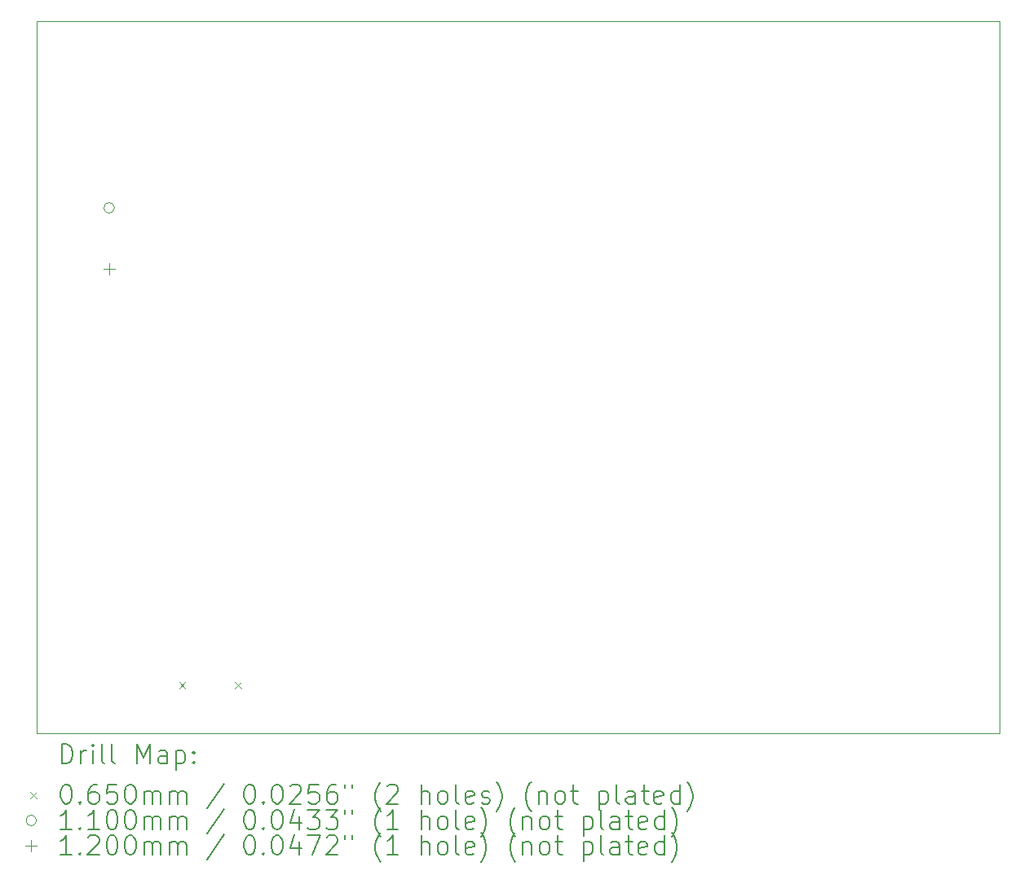
<source format=gbr>
%TF.GenerationSoftware,KiCad,Pcbnew,9.0.5*%
%TF.CreationDate,2025-10-23T02:28:37+02:00*%
%TF.ProjectId,main-board,6d61696e-2d62-46f6-9172-642e6b696361,1.0a*%
%TF.SameCoordinates,Original*%
%TF.FileFunction,Drillmap*%
%TF.FilePolarity,Positive*%
%FSLAX45Y45*%
G04 Gerber Fmt 4.5, Leading zero omitted, Abs format (unit mm)*
G04 Created by KiCad (PCBNEW 9.0.5) date 2025-10-23 02:28:37*
%MOMM*%
%LPD*%
G01*
G04 APERTURE LIST*
%ADD10C,0.050000*%
%ADD11C,0.200000*%
%ADD12C,0.100000*%
%ADD13C,0.110000*%
%ADD14C,0.120000*%
G04 APERTURE END LIST*
D10*
X5335920Y-11276200D02*
X5335920Y-3876200D01*
X5335920Y-11276200D02*
X6435920Y-11276200D01*
X15335920Y-3876200D02*
X15335920Y-11276200D01*
X6435920Y-11276200D02*
X7835920Y-11276200D01*
X15335920Y-11276200D02*
X7835920Y-11276200D01*
X5335920Y-3876200D02*
X15335920Y-3876200D01*
D11*
D12*
X6814420Y-10743200D02*
X6879420Y-10808200D01*
X6879420Y-10743200D02*
X6814420Y-10808200D01*
X7392420Y-10743200D02*
X7457420Y-10808200D01*
X7457420Y-10743200D02*
X7392420Y-10808200D01*
D13*
X6142720Y-5816600D02*
G75*
G02*
X6032720Y-5816600I-55000J0D01*
G01*
X6032720Y-5816600D02*
G75*
G02*
X6142720Y-5816600I55000J0D01*
G01*
D14*
X6087720Y-6391600D02*
X6087720Y-6511600D01*
X6027720Y-6451600D02*
X6147720Y-6451600D01*
D11*
X5594197Y-11590184D02*
X5594197Y-11390184D01*
X5594197Y-11390184D02*
X5641816Y-11390184D01*
X5641816Y-11390184D02*
X5670387Y-11399708D01*
X5670387Y-11399708D02*
X5689435Y-11418755D01*
X5689435Y-11418755D02*
X5698959Y-11437803D01*
X5698959Y-11437803D02*
X5708482Y-11475898D01*
X5708482Y-11475898D02*
X5708482Y-11504469D01*
X5708482Y-11504469D02*
X5698959Y-11542565D01*
X5698959Y-11542565D02*
X5689435Y-11561612D01*
X5689435Y-11561612D02*
X5670387Y-11580660D01*
X5670387Y-11580660D02*
X5641816Y-11590184D01*
X5641816Y-11590184D02*
X5594197Y-11590184D01*
X5794197Y-11590184D02*
X5794197Y-11456850D01*
X5794197Y-11494946D02*
X5803721Y-11475898D01*
X5803721Y-11475898D02*
X5813244Y-11466374D01*
X5813244Y-11466374D02*
X5832292Y-11456850D01*
X5832292Y-11456850D02*
X5851340Y-11456850D01*
X5918006Y-11590184D02*
X5918006Y-11456850D01*
X5918006Y-11390184D02*
X5908482Y-11399708D01*
X5908482Y-11399708D02*
X5918006Y-11409231D01*
X5918006Y-11409231D02*
X5927530Y-11399708D01*
X5927530Y-11399708D02*
X5918006Y-11390184D01*
X5918006Y-11390184D02*
X5918006Y-11409231D01*
X6041816Y-11590184D02*
X6022768Y-11580660D01*
X6022768Y-11580660D02*
X6013244Y-11561612D01*
X6013244Y-11561612D02*
X6013244Y-11390184D01*
X6146578Y-11590184D02*
X6127530Y-11580660D01*
X6127530Y-11580660D02*
X6118006Y-11561612D01*
X6118006Y-11561612D02*
X6118006Y-11390184D01*
X6375149Y-11590184D02*
X6375149Y-11390184D01*
X6375149Y-11390184D02*
X6441816Y-11533041D01*
X6441816Y-11533041D02*
X6508482Y-11390184D01*
X6508482Y-11390184D02*
X6508482Y-11590184D01*
X6689435Y-11590184D02*
X6689435Y-11485422D01*
X6689435Y-11485422D02*
X6679911Y-11466374D01*
X6679911Y-11466374D02*
X6660863Y-11456850D01*
X6660863Y-11456850D02*
X6622768Y-11456850D01*
X6622768Y-11456850D02*
X6603721Y-11466374D01*
X6689435Y-11580660D02*
X6670387Y-11590184D01*
X6670387Y-11590184D02*
X6622768Y-11590184D01*
X6622768Y-11590184D02*
X6603721Y-11580660D01*
X6603721Y-11580660D02*
X6594197Y-11561612D01*
X6594197Y-11561612D02*
X6594197Y-11542565D01*
X6594197Y-11542565D02*
X6603721Y-11523517D01*
X6603721Y-11523517D02*
X6622768Y-11513993D01*
X6622768Y-11513993D02*
X6670387Y-11513993D01*
X6670387Y-11513993D02*
X6689435Y-11504469D01*
X6784673Y-11456850D02*
X6784673Y-11656850D01*
X6784673Y-11466374D02*
X6803721Y-11456850D01*
X6803721Y-11456850D02*
X6841816Y-11456850D01*
X6841816Y-11456850D02*
X6860863Y-11466374D01*
X6860863Y-11466374D02*
X6870387Y-11475898D01*
X6870387Y-11475898D02*
X6879911Y-11494946D01*
X6879911Y-11494946D02*
X6879911Y-11552088D01*
X6879911Y-11552088D02*
X6870387Y-11571136D01*
X6870387Y-11571136D02*
X6860863Y-11580660D01*
X6860863Y-11580660D02*
X6841816Y-11590184D01*
X6841816Y-11590184D02*
X6803721Y-11590184D01*
X6803721Y-11590184D02*
X6784673Y-11580660D01*
X6965625Y-11571136D02*
X6975149Y-11580660D01*
X6975149Y-11580660D02*
X6965625Y-11590184D01*
X6965625Y-11590184D02*
X6956102Y-11580660D01*
X6956102Y-11580660D02*
X6965625Y-11571136D01*
X6965625Y-11571136D02*
X6965625Y-11590184D01*
X6965625Y-11466374D02*
X6975149Y-11475898D01*
X6975149Y-11475898D02*
X6965625Y-11485422D01*
X6965625Y-11485422D02*
X6956102Y-11475898D01*
X6956102Y-11475898D02*
X6965625Y-11466374D01*
X6965625Y-11466374D02*
X6965625Y-11485422D01*
D12*
X5268420Y-11886200D02*
X5333420Y-11951200D01*
X5333420Y-11886200D02*
X5268420Y-11951200D01*
D11*
X5632292Y-11810184D02*
X5651340Y-11810184D01*
X5651340Y-11810184D02*
X5670387Y-11819708D01*
X5670387Y-11819708D02*
X5679911Y-11829231D01*
X5679911Y-11829231D02*
X5689435Y-11848279D01*
X5689435Y-11848279D02*
X5698959Y-11886374D01*
X5698959Y-11886374D02*
X5698959Y-11933993D01*
X5698959Y-11933993D02*
X5689435Y-11972088D01*
X5689435Y-11972088D02*
X5679911Y-11991136D01*
X5679911Y-11991136D02*
X5670387Y-12000660D01*
X5670387Y-12000660D02*
X5651340Y-12010184D01*
X5651340Y-12010184D02*
X5632292Y-12010184D01*
X5632292Y-12010184D02*
X5613244Y-12000660D01*
X5613244Y-12000660D02*
X5603721Y-11991136D01*
X5603721Y-11991136D02*
X5594197Y-11972088D01*
X5594197Y-11972088D02*
X5584673Y-11933993D01*
X5584673Y-11933993D02*
X5584673Y-11886374D01*
X5584673Y-11886374D02*
X5594197Y-11848279D01*
X5594197Y-11848279D02*
X5603721Y-11829231D01*
X5603721Y-11829231D02*
X5613244Y-11819708D01*
X5613244Y-11819708D02*
X5632292Y-11810184D01*
X5784673Y-11991136D02*
X5794197Y-12000660D01*
X5794197Y-12000660D02*
X5784673Y-12010184D01*
X5784673Y-12010184D02*
X5775149Y-12000660D01*
X5775149Y-12000660D02*
X5784673Y-11991136D01*
X5784673Y-11991136D02*
X5784673Y-12010184D01*
X5965625Y-11810184D02*
X5927530Y-11810184D01*
X5927530Y-11810184D02*
X5908482Y-11819708D01*
X5908482Y-11819708D02*
X5898959Y-11829231D01*
X5898959Y-11829231D02*
X5879911Y-11857803D01*
X5879911Y-11857803D02*
X5870387Y-11895898D01*
X5870387Y-11895898D02*
X5870387Y-11972088D01*
X5870387Y-11972088D02*
X5879911Y-11991136D01*
X5879911Y-11991136D02*
X5889435Y-12000660D01*
X5889435Y-12000660D02*
X5908482Y-12010184D01*
X5908482Y-12010184D02*
X5946578Y-12010184D01*
X5946578Y-12010184D02*
X5965625Y-12000660D01*
X5965625Y-12000660D02*
X5975149Y-11991136D01*
X5975149Y-11991136D02*
X5984673Y-11972088D01*
X5984673Y-11972088D02*
X5984673Y-11924469D01*
X5984673Y-11924469D02*
X5975149Y-11905422D01*
X5975149Y-11905422D02*
X5965625Y-11895898D01*
X5965625Y-11895898D02*
X5946578Y-11886374D01*
X5946578Y-11886374D02*
X5908482Y-11886374D01*
X5908482Y-11886374D02*
X5889435Y-11895898D01*
X5889435Y-11895898D02*
X5879911Y-11905422D01*
X5879911Y-11905422D02*
X5870387Y-11924469D01*
X6165625Y-11810184D02*
X6070387Y-11810184D01*
X6070387Y-11810184D02*
X6060863Y-11905422D01*
X6060863Y-11905422D02*
X6070387Y-11895898D01*
X6070387Y-11895898D02*
X6089435Y-11886374D01*
X6089435Y-11886374D02*
X6137054Y-11886374D01*
X6137054Y-11886374D02*
X6156102Y-11895898D01*
X6156102Y-11895898D02*
X6165625Y-11905422D01*
X6165625Y-11905422D02*
X6175149Y-11924469D01*
X6175149Y-11924469D02*
X6175149Y-11972088D01*
X6175149Y-11972088D02*
X6165625Y-11991136D01*
X6165625Y-11991136D02*
X6156102Y-12000660D01*
X6156102Y-12000660D02*
X6137054Y-12010184D01*
X6137054Y-12010184D02*
X6089435Y-12010184D01*
X6089435Y-12010184D02*
X6070387Y-12000660D01*
X6070387Y-12000660D02*
X6060863Y-11991136D01*
X6298959Y-11810184D02*
X6318006Y-11810184D01*
X6318006Y-11810184D02*
X6337054Y-11819708D01*
X6337054Y-11819708D02*
X6346578Y-11829231D01*
X6346578Y-11829231D02*
X6356102Y-11848279D01*
X6356102Y-11848279D02*
X6365625Y-11886374D01*
X6365625Y-11886374D02*
X6365625Y-11933993D01*
X6365625Y-11933993D02*
X6356102Y-11972088D01*
X6356102Y-11972088D02*
X6346578Y-11991136D01*
X6346578Y-11991136D02*
X6337054Y-12000660D01*
X6337054Y-12000660D02*
X6318006Y-12010184D01*
X6318006Y-12010184D02*
X6298959Y-12010184D01*
X6298959Y-12010184D02*
X6279911Y-12000660D01*
X6279911Y-12000660D02*
X6270387Y-11991136D01*
X6270387Y-11991136D02*
X6260863Y-11972088D01*
X6260863Y-11972088D02*
X6251340Y-11933993D01*
X6251340Y-11933993D02*
X6251340Y-11886374D01*
X6251340Y-11886374D02*
X6260863Y-11848279D01*
X6260863Y-11848279D02*
X6270387Y-11829231D01*
X6270387Y-11829231D02*
X6279911Y-11819708D01*
X6279911Y-11819708D02*
X6298959Y-11810184D01*
X6451340Y-12010184D02*
X6451340Y-11876850D01*
X6451340Y-11895898D02*
X6460863Y-11886374D01*
X6460863Y-11886374D02*
X6479911Y-11876850D01*
X6479911Y-11876850D02*
X6508483Y-11876850D01*
X6508483Y-11876850D02*
X6527530Y-11886374D01*
X6527530Y-11886374D02*
X6537054Y-11905422D01*
X6537054Y-11905422D02*
X6537054Y-12010184D01*
X6537054Y-11905422D02*
X6546578Y-11886374D01*
X6546578Y-11886374D02*
X6565625Y-11876850D01*
X6565625Y-11876850D02*
X6594197Y-11876850D01*
X6594197Y-11876850D02*
X6613244Y-11886374D01*
X6613244Y-11886374D02*
X6622768Y-11905422D01*
X6622768Y-11905422D02*
X6622768Y-12010184D01*
X6718006Y-12010184D02*
X6718006Y-11876850D01*
X6718006Y-11895898D02*
X6727530Y-11886374D01*
X6727530Y-11886374D02*
X6746578Y-11876850D01*
X6746578Y-11876850D02*
X6775149Y-11876850D01*
X6775149Y-11876850D02*
X6794197Y-11886374D01*
X6794197Y-11886374D02*
X6803721Y-11905422D01*
X6803721Y-11905422D02*
X6803721Y-12010184D01*
X6803721Y-11905422D02*
X6813244Y-11886374D01*
X6813244Y-11886374D02*
X6832292Y-11876850D01*
X6832292Y-11876850D02*
X6860863Y-11876850D01*
X6860863Y-11876850D02*
X6879911Y-11886374D01*
X6879911Y-11886374D02*
X6889435Y-11905422D01*
X6889435Y-11905422D02*
X6889435Y-12010184D01*
X7279911Y-11800660D02*
X7108483Y-12057803D01*
X7537054Y-11810184D02*
X7556102Y-11810184D01*
X7556102Y-11810184D02*
X7575149Y-11819708D01*
X7575149Y-11819708D02*
X7584673Y-11829231D01*
X7584673Y-11829231D02*
X7594197Y-11848279D01*
X7594197Y-11848279D02*
X7603721Y-11886374D01*
X7603721Y-11886374D02*
X7603721Y-11933993D01*
X7603721Y-11933993D02*
X7594197Y-11972088D01*
X7594197Y-11972088D02*
X7584673Y-11991136D01*
X7584673Y-11991136D02*
X7575149Y-12000660D01*
X7575149Y-12000660D02*
X7556102Y-12010184D01*
X7556102Y-12010184D02*
X7537054Y-12010184D01*
X7537054Y-12010184D02*
X7518006Y-12000660D01*
X7518006Y-12000660D02*
X7508483Y-11991136D01*
X7508483Y-11991136D02*
X7498959Y-11972088D01*
X7498959Y-11972088D02*
X7489435Y-11933993D01*
X7489435Y-11933993D02*
X7489435Y-11886374D01*
X7489435Y-11886374D02*
X7498959Y-11848279D01*
X7498959Y-11848279D02*
X7508483Y-11829231D01*
X7508483Y-11829231D02*
X7518006Y-11819708D01*
X7518006Y-11819708D02*
X7537054Y-11810184D01*
X7689435Y-11991136D02*
X7698959Y-12000660D01*
X7698959Y-12000660D02*
X7689435Y-12010184D01*
X7689435Y-12010184D02*
X7679911Y-12000660D01*
X7679911Y-12000660D02*
X7689435Y-11991136D01*
X7689435Y-11991136D02*
X7689435Y-12010184D01*
X7822768Y-11810184D02*
X7841816Y-11810184D01*
X7841816Y-11810184D02*
X7860864Y-11819708D01*
X7860864Y-11819708D02*
X7870387Y-11829231D01*
X7870387Y-11829231D02*
X7879911Y-11848279D01*
X7879911Y-11848279D02*
X7889435Y-11886374D01*
X7889435Y-11886374D02*
X7889435Y-11933993D01*
X7889435Y-11933993D02*
X7879911Y-11972088D01*
X7879911Y-11972088D02*
X7870387Y-11991136D01*
X7870387Y-11991136D02*
X7860864Y-12000660D01*
X7860864Y-12000660D02*
X7841816Y-12010184D01*
X7841816Y-12010184D02*
X7822768Y-12010184D01*
X7822768Y-12010184D02*
X7803721Y-12000660D01*
X7803721Y-12000660D02*
X7794197Y-11991136D01*
X7794197Y-11991136D02*
X7784673Y-11972088D01*
X7784673Y-11972088D02*
X7775149Y-11933993D01*
X7775149Y-11933993D02*
X7775149Y-11886374D01*
X7775149Y-11886374D02*
X7784673Y-11848279D01*
X7784673Y-11848279D02*
X7794197Y-11829231D01*
X7794197Y-11829231D02*
X7803721Y-11819708D01*
X7803721Y-11819708D02*
X7822768Y-11810184D01*
X7965626Y-11829231D02*
X7975149Y-11819708D01*
X7975149Y-11819708D02*
X7994197Y-11810184D01*
X7994197Y-11810184D02*
X8041816Y-11810184D01*
X8041816Y-11810184D02*
X8060864Y-11819708D01*
X8060864Y-11819708D02*
X8070387Y-11829231D01*
X8070387Y-11829231D02*
X8079911Y-11848279D01*
X8079911Y-11848279D02*
X8079911Y-11867327D01*
X8079911Y-11867327D02*
X8070387Y-11895898D01*
X8070387Y-11895898D02*
X7956102Y-12010184D01*
X7956102Y-12010184D02*
X8079911Y-12010184D01*
X8260864Y-11810184D02*
X8165626Y-11810184D01*
X8165626Y-11810184D02*
X8156102Y-11905422D01*
X8156102Y-11905422D02*
X8165626Y-11895898D01*
X8165626Y-11895898D02*
X8184673Y-11886374D01*
X8184673Y-11886374D02*
X8232292Y-11886374D01*
X8232292Y-11886374D02*
X8251340Y-11895898D01*
X8251340Y-11895898D02*
X8260864Y-11905422D01*
X8260864Y-11905422D02*
X8270387Y-11924469D01*
X8270387Y-11924469D02*
X8270387Y-11972088D01*
X8270387Y-11972088D02*
X8260864Y-11991136D01*
X8260864Y-11991136D02*
X8251340Y-12000660D01*
X8251340Y-12000660D02*
X8232292Y-12010184D01*
X8232292Y-12010184D02*
X8184673Y-12010184D01*
X8184673Y-12010184D02*
X8165626Y-12000660D01*
X8165626Y-12000660D02*
X8156102Y-11991136D01*
X8441816Y-11810184D02*
X8403721Y-11810184D01*
X8403721Y-11810184D02*
X8384673Y-11819708D01*
X8384673Y-11819708D02*
X8375149Y-11829231D01*
X8375149Y-11829231D02*
X8356102Y-11857803D01*
X8356102Y-11857803D02*
X8346578Y-11895898D01*
X8346578Y-11895898D02*
X8346578Y-11972088D01*
X8346578Y-11972088D02*
X8356102Y-11991136D01*
X8356102Y-11991136D02*
X8365626Y-12000660D01*
X8365626Y-12000660D02*
X8384673Y-12010184D01*
X8384673Y-12010184D02*
X8422769Y-12010184D01*
X8422769Y-12010184D02*
X8441816Y-12000660D01*
X8441816Y-12000660D02*
X8451340Y-11991136D01*
X8451340Y-11991136D02*
X8460864Y-11972088D01*
X8460864Y-11972088D02*
X8460864Y-11924469D01*
X8460864Y-11924469D02*
X8451340Y-11905422D01*
X8451340Y-11905422D02*
X8441816Y-11895898D01*
X8441816Y-11895898D02*
X8422769Y-11886374D01*
X8422769Y-11886374D02*
X8384673Y-11886374D01*
X8384673Y-11886374D02*
X8365626Y-11895898D01*
X8365626Y-11895898D02*
X8356102Y-11905422D01*
X8356102Y-11905422D02*
X8346578Y-11924469D01*
X8537054Y-11810184D02*
X8537054Y-11848279D01*
X8613245Y-11810184D02*
X8613245Y-11848279D01*
X8908483Y-12086374D02*
X8898959Y-12076850D01*
X8898959Y-12076850D02*
X8879911Y-12048279D01*
X8879911Y-12048279D02*
X8870388Y-12029231D01*
X8870388Y-12029231D02*
X8860864Y-12000660D01*
X8860864Y-12000660D02*
X8851340Y-11953041D01*
X8851340Y-11953041D02*
X8851340Y-11914946D01*
X8851340Y-11914946D02*
X8860864Y-11867327D01*
X8860864Y-11867327D02*
X8870388Y-11838755D01*
X8870388Y-11838755D02*
X8879911Y-11819708D01*
X8879911Y-11819708D02*
X8898959Y-11791136D01*
X8898959Y-11791136D02*
X8908483Y-11781612D01*
X8975150Y-11829231D02*
X8984673Y-11819708D01*
X8984673Y-11819708D02*
X9003721Y-11810184D01*
X9003721Y-11810184D02*
X9051340Y-11810184D01*
X9051340Y-11810184D02*
X9070388Y-11819708D01*
X9070388Y-11819708D02*
X9079911Y-11829231D01*
X9079911Y-11829231D02*
X9089435Y-11848279D01*
X9089435Y-11848279D02*
X9089435Y-11867327D01*
X9089435Y-11867327D02*
X9079911Y-11895898D01*
X9079911Y-11895898D02*
X8965626Y-12010184D01*
X8965626Y-12010184D02*
X9089435Y-12010184D01*
X9327531Y-12010184D02*
X9327531Y-11810184D01*
X9413245Y-12010184D02*
X9413245Y-11905422D01*
X9413245Y-11905422D02*
X9403721Y-11886374D01*
X9403721Y-11886374D02*
X9384673Y-11876850D01*
X9384673Y-11876850D02*
X9356102Y-11876850D01*
X9356102Y-11876850D02*
X9337054Y-11886374D01*
X9337054Y-11886374D02*
X9327531Y-11895898D01*
X9537054Y-12010184D02*
X9518007Y-12000660D01*
X9518007Y-12000660D02*
X9508483Y-11991136D01*
X9508483Y-11991136D02*
X9498959Y-11972088D01*
X9498959Y-11972088D02*
X9498959Y-11914946D01*
X9498959Y-11914946D02*
X9508483Y-11895898D01*
X9508483Y-11895898D02*
X9518007Y-11886374D01*
X9518007Y-11886374D02*
X9537054Y-11876850D01*
X9537054Y-11876850D02*
X9565626Y-11876850D01*
X9565626Y-11876850D02*
X9584673Y-11886374D01*
X9584673Y-11886374D02*
X9594197Y-11895898D01*
X9594197Y-11895898D02*
X9603721Y-11914946D01*
X9603721Y-11914946D02*
X9603721Y-11972088D01*
X9603721Y-11972088D02*
X9594197Y-11991136D01*
X9594197Y-11991136D02*
X9584673Y-12000660D01*
X9584673Y-12000660D02*
X9565626Y-12010184D01*
X9565626Y-12010184D02*
X9537054Y-12010184D01*
X9718007Y-12010184D02*
X9698959Y-12000660D01*
X9698959Y-12000660D02*
X9689435Y-11981612D01*
X9689435Y-11981612D02*
X9689435Y-11810184D01*
X9870388Y-12000660D02*
X9851340Y-12010184D01*
X9851340Y-12010184D02*
X9813245Y-12010184D01*
X9813245Y-12010184D02*
X9794197Y-12000660D01*
X9794197Y-12000660D02*
X9784673Y-11981612D01*
X9784673Y-11981612D02*
X9784673Y-11905422D01*
X9784673Y-11905422D02*
X9794197Y-11886374D01*
X9794197Y-11886374D02*
X9813245Y-11876850D01*
X9813245Y-11876850D02*
X9851340Y-11876850D01*
X9851340Y-11876850D02*
X9870388Y-11886374D01*
X9870388Y-11886374D02*
X9879912Y-11905422D01*
X9879912Y-11905422D02*
X9879912Y-11924469D01*
X9879912Y-11924469D02*
X9784673Y-11943517D01*
X9956102Y-12000660D02*
X9975150Y-12010184D01*
X9975150Y-12010184D02*
X10013245Y-12010184D01*
X10013245Y-12010184D02*
X10032293Y-12000660D01*
X10032293Y-12000660D02*
X10041816Y-11981612D01*
X10041816Y-11981612D02*
X10041816Y-11972088D01*
X10041816Y-11972088D02*
X10032293Y-11953041D01*
X10032293Y-11953041D02*
X10013245Y-11943517D01*
X10013245Y-11943517D02*
X9984673Y-11943517D01*
X9984673Y-11943517D02*
X9965626Y-11933993D01*
X9965626Y-11933993D02*
X9956102Y-11914946D01*
X9956102Y-11914946D02*
X9956102Y-11905422D01*
X9956102Y-11905422D02*
X9965626Y-11886374D01*
X9965626Y-11886374D02*
X9984673Y-11876850D01*
X9984673Y-11876850D02*
X10013245Y-11876850D01*
X10013245Y-11876850D02*
X10032293Y-11886374D01*
X10108483Y-12086374D02*
X10118007Y-12076850D01*
X10118007Y-12076850D02*
X10137054Y-12048279D01*
X10137054Y-12048279D02*
X10146578Y-12029231D01*
X10146578Y-12029231D02*
X10156102Y-12000660D01*
X10156102Y-12000660D02*
X10165626Y-11953041D01*
X10165626Y-11953041D02*
X10165626Y-11914946D01*
X10165626Y-11914946D02*
X10156102Y-11867327D01*
X10156102Y-11867327D02*
X10146578Y-11838755D01*
X10146578Y-11838755D02*
X10137054Y-11819708D01*
X10137054Y-11819708D02*
X10118007Y-11791136D01*
X10118007Y-11791136D02*
X10108483Y-11781612D01*
X10470388Y-12086374D02*
X10460864Y-12076850D01*
X10460864Y-12076850D02*
X10441816Y-12048279D01*
X10441816Y-12048279D02*
X10432293Y-12029231D01*
X10432293Y-12029231D02*
X10422769Y-12000660D01*
X10422769Y-12000660D02*
X10413245Y-11953041D01*
X10413245Y-11953041D02*
X10413245Y-11914946D01*
X10413245Y-11914946D02*
X10422769Y-11867327D01*
X10422769Y-11867327D02*
X10432293Y-11838755D01*
X10432293Y-11838755D02*
X10441816Y-11819708D01*
X10441816Y-11819708D02*
X10460864Y-11791136D01*
X10460864Y-11791136D02*
X10470388Y-11781612D01*
X10546578Y-11876850D02*
X10546578Y-12010184D01*
X10546578Y-11895898D02*
X10556102Y-11886374D01*
X10556102Y-11886374D02*
X10575150Y-11876850D01*
X10575150Y-11876850D02*
X10603721Y-11876850D01*
X10603721Y-11876850D02*
X10622769Y-11886374D01*
X10622769Y-11886374D02*
X10632293Y-11905422D01*
X10632293Y-11905422D02*
X10632293Y-12010184D01*
X10756102Y-12010184D02*
X10737054Y-12000660D01*
X10737054Y-12000660D02*
X10727531Y-11991136D01*
X10727531Y-11991136D02*
X10718007Y-11972088D01*
X10718007Y-11972088D02*
X10718007Y-11914946D01*
X10718007Y-11914946D02*
X10727531Y-11895898D01*
X10727531Y-11895898D02*
X10737054Y-11886374D01*
X10737054Y-11886374D02*
X10756102Y-11876850D01*
X10756102Y-11876850D02*
X10784674Y-11876850D01*
X10784674Y-11876850D02*
X10803721Y-11886374D01*
X10803721Y-11886374D02*
X10813245Y-11895898D01*
X10813245Y-11895898D02*
X10822769Y-11914946D01*
X10822769Y-11914946D02*
X10822769Y-11972088D01*
X10822769Y-11972088D02*
X10813245Y-11991136D01*
X10813245Y-11991136D02*
X10803721Y-12000660D01*
X10803721Y-12000660D02*
X10784674Y-12010184D01*
X10784674Y-12010184D02*
X10756102Y-12010184D01*
X10879912Y-11876850D02*
X10956102Y-11876850D01*
X10908483Y-11810184D02*
X10908483Y-11981612D01*
X10908483Y-11981612D02*
X10918007Y-12000660D01*
X10918007Y-12000660D02*
X10937054Y-12010184D01*
X10937054Y-12010184D02*
X10956102Y-12010184D01*
X11175150Y-11876850D02*
X11175150Y-12076850D01*
X11175150Y-11886374D02*
X11194197Y-11876850D01*
X11194197Y-11876850D02*
X11232293Y-11876850D01*
X11232293Y-11876850D02*
X11251340Y-11886374D01*
X11251340Y-11886374D02*
X11260864Y-11895898D01*
X11260864Y-11895898D02*
X11270388Y-11914946D01*
X11270388Y-11914946D02*
X11270388Y-11972088D01*
X11270388Y-11972088D02*
X11260864Y-11991136D01*
X11260864Y-11991136D02*
X11251340Y-12000660D01*
X11251340Y-12000660D02*
X11232293Y-12010184D01*
X11232293Y-12010184D02*
X11194197Y-12010184D01*
X11194197Y-12010184D02*
X11175150Y-12000660D01*
X11384673Y-12010184D02*
X11365626Y-12000660D01*
X11365626Y-12000660D02*
X11356102Y-11981612D01*
X11356102Y-11981612D02*
X11356102Y-11810184D01*
X11546578Y-12010184D02*
X11546578Y-11905422D01*
X11546578Y-11905422D02*
X11537054Y-11886374D01*
X11537054Y-11886374D02*
X11518007Y-11876850D01*
X11518007Y-11876850D02*
X11479912Y-11876850D01*
X11479912Y-11876850D02*
X11460864Y-11886374D01*
X11546578Y-12000660D02*
X11527531Y-12010184D01*
X11527531Y-12010184D02*
X11479912Y-12010184D01*
X11479912Y-12010184D02*
X11460864Y-12000660D01*
X11460864Y-12000660D02*
X11451340Y-11981612D01*
X11451340Y-11981612D02*
X11451340Y-11962565D01*
X11451340Y-11962565D02*
X11460864Y-11943517D01*
X11460864Y-11943517D02*
X11479912Y-11933993D01*
X11479912Y-11933993D02*
X11527531Y-11933993D01*
X11527531Y-11933993D02*
X11546578Y-11924469D01*
X11613245Y-11876850D02*
X11689435Y-11876850D01*
X11641816Y-11810184D02*
X11641816Y-11981612D01*
X11641816Y-11981612D02*
X11651340Y-12000660D01*
X11651340Y-12000660D02*
X11670388Y-12010184D01*
X11670388Y-12010184D02*
X11689435Y-12010184D01*
X11832293Y-12000660D02*
X11813245Y-12010184D01*
X11813245Y-12010184D02*
X11775150Y-12010184D01*
X11775150Y-12010184D02*
X11756102Y-12000660D01*
X11756102Y-12000660D02*
X11746578Y-11981612D01*
X11746578Y-11981612D02*
X11746578Y-11905422D01*
X11746578Y-11905422D02*
X11756102Y-11886374D01*
X11756102Y-11886374D02*
X11775150Y-11876850D01*
X11775150Y-11876850D02*
X11813245Y-11876850D01*
X11813245Y-11876850D02*
X11832293Y-11886374D01*
X11832293Y-11886374D02*
X11841816Y-11905422D01*
X11841816Y-11905422D02*
X11841816Y-11924469D01*
X11841816Y-11924469D02*
X11746578Y-11943517D01*
X12013245Y-12010184D02*
X12013245Y-11810184D01*
X12013245Y-12000660D02*
X11994197Y-12010184D01*
X11994197Y-12010184D02*
X11956102Y-12010184D01*
X11956102Y-12010184D02*
X11937054Y-12000660D01*
X11937054Y-12000660D02*
X11927531Y-11991136D01*
X11927531Y-11991136D02*
X11918007Y-11972088D01*
X11918007Y-11972088D02*
X11918007Y-11914946D01*
X11918007Y-11914946D02*
X11927531Y-11895898D01*
X11927531Y-11895898D02*
X11937054Y-11886374D01*
X11937054Y-11886374D02*
X11956102Y-11876850D01*
X11956102Y-11876850D02*
X11994197Y-11876850D01*
X11994197Y-11876850D02*
X12013245Y-11886374D01*
X12089435Y-12086374D02*
X12098959Y-12076850D01*
X12098959Y-12076850D02*
X12118007Y-12048279D01*
X12118007Y-12048279D02*
X12127531Y-12029231D01*
X12127531Y-12029231D02*
X12137054Y-12000660D01*
X12137054Y-12000660D02*
X12146578Y-11953041D01*
X12146578Y-11953041D02*
X12146578Y-11914946D01*
X12146578Y-11914946D02*
X12137054Y-11867327D01*
X12137054Y-11867327D02*
X12127531Y-11838755D01*
X12127531Y-11838755D02*
X12118007Y-11819708D01*
X12118007Y-11819708D02*
X12098959Y-11791136D01*
X12098959Y-11791136D02*
X12089435Y-11781612D01*
D13*
X5333420Y-12182700D02*
G75*
G02*
X5223420Y-12182700I-55000J0D01*
G01*
X5223420Y-12182700D02*
G75*
G02*
X5333420Y-12182700I55000J0D01*
G01*
D11*
X5698959Y-12274184D02*
X5584673Y-12274184D01*
X5641816Y-12274184D02*
X5641816Y-12074184D01*
X5641816Y-12074184D02*
X5622768Y-12102755D01*
X5622768Y-12102755D02*
X5603721Y-12121803D01*
X5603721Y-12121803D02*
X5584673Y-12131327D01*
X5784673Y-12255136D02*
X5794197Y-12264660D01*
X5794197Y-12264660D02*
X5784673Y-12274184D01*
X5784673Y-12274184D02*
X5775149Y-12264660D01*
X5775149Y-12264660D02*
X5784673Y-12255136D01*
X5784673Y-12255136D02*
X5784673Y-12274184D01*
X5984673Y-12274184D02*
X5870387Y-12274184D01*
X5927530Y-12274184D02*
X5927530Y-12074184D01*
X5927530Y-12074184D02*
X5908482Y-12102755D01*
X5908482Y-12102755D02*
X5889435Y-12121803D01*
X5889435Y-12121803D02*
X5870387Y-12131327D01*
X6108482Y-12074184D02*
X6127530Y-12074184D01*
X6127530Y-12074184D02*
X6146578Y-12083708D01*
X6146578Y-12083708D02*
X6156102Y-12093231D01*
X6156102Y-12093231D02*
X6165625Y-12112279D01*
X6165625Y-12112279D02*
X6175149Y-12150374D01*
X6175149Y-12150374D02*
X6175149Y-12197993D01*
X6175149Y-12197993D02*
X6165625Y-12236088D01*
X6165625Y-12236088D02*
X6156102Y-12255136D01*
X6156102Y-12255136D02*
X6146578Y-12264660D01*
X6146578Y-12264660D02*
X6127530Y-12274184D01*
X6127530Y-12274184D02*
X6108482Y-12274184D01*
X6108482Y-12274184D02*
X6089435Y-12264660D01*
X6089435Y-12264660D02*
X6079911Y-12255136D01*
X6079911Y-12255136D02*
X6070387Y-12236088D01*
X6070387Y-12236088D02*
X6060863Y-12197993D01*
X6060863Y-12197993D02*
X6060863Y-12150374D01*
X6060863Y-12150374D02*
X6070387Y-12112279D01*
X6070387Y-12112279D02*
X6079911Y-12093231D01*
X6079911Y-12093231D02*
X6089435Y-12083708D01*
X6089435Y-12083708D02*
X6108482Y-12074184D01*
X6298959Y-12074184D02*
X6318006Y-12074184D01*
X6318006Y-12074184D02*
X6337054Y-12083708D01*
X6337054Y-12083708D02*
X6346578Y-12093231D01*
X6346578Y-12093231D02*
X6356102Y-12112279D01*
X6356102Y-12112279D02*
X6365625Y-12150374D01*
X6365625Y-12150374D02*
X6365625Y-12197993D01*
X6365625Y-12197993D02*
X6356102Y-12236088D01*
X6356102Y-12236088D02*
X6346578Y-12255136D01*
X6346578Y-12255136D02*
X6337054Y-12264660D01*
X6337054Y-12264660D02*
X6318006Y-12274184D01*
X6318006Y-12274184D02*
X6298959Y-12274184D01*
X6298959Y-12274184D02*
X6279911Y-12264660D01*
X6279911Y-12264660D02*
X6270387Y-12255136D01*
X6270387Y-12255136D02*
X6260863Y-12236088D01*
X6260863Y-12236088D02*
X6251340Y-12197993D01*
X6251340Y-12197993D02*
X6251340Y-12150374D01*
X6251340Y-12150374D02*
X6260863Y-12112279D01*
X6260863Y-12112279D02*
X6270387Y-12093231D01*
X6270387Y-12093231D02*
X6279911Y-12083708D01*
X6279911Y-12083708D02*
X6298959Y-12074184D01*
X6451340Y-12274184D02*
X6451340Y-12140850D01*
X6451340Y-12159898D02*
X6460863Y-12150374D01*
X6460863Y-12150374D02*
X6479911Y-12140850D01*
X6479911Y-12140850D02*
X6508483Y-12140850D01*
X6508483Y-12140850D02*
X6527530Y-12150374D01*
X6527530Y-12150374D02*
X6537054Y-12169422D01*
X6537054Y-12169422D02*
X6537054Y-12274184D01*
X6537054Y-12169422D02*
X6546578Y-12150374D01*
X6546578Y-12150374D02*
X6565625Y-12140850D01*
X6565625Y-12140850D02*
X6594197Y-12140850D01*
X6594197Y-12140850D02*
X6613244Y-12150374D01*
X6613244Y-12150374D02*
X6622768Y-12169422D01*
X6622768Y-12169422D02*
X6622768Y-12274184D01*
X6718006Y-12274184D02*
X6718006Y-12140850D01*
X6718006Y-12159898D02*
X6727530Y-12150374D01*
X6727530Y-12150374D02*
X6746578Y-12140850D01*
X6746578Y-12140850D02*
X6775149Y-12140850D01*
X6775149Y-12140850D02*
X6794197Y-12150374D01*
X6794197Y-12150374D02*
X6803721Y-12169422D01*
X6803721Y-12169422D02*
X6803721Y-12274184D01*
X6803721Y-12169422D02*
X6813244Y-12150374D01*
X6813244Y-12150374D02*
X6832292Y-12140850D01*
X6832292Y-12140850D02*
X6860863Y-12140850D01*
X6860863Y-12140850D02*
X6879911Y-12150374D01*
X6879911Y-12150374D02*
X6889435Y-12169422D01*
X6889435Y-12169422D02*
X6889435Y-12274184D01*
X7279911Y-12064660D02*
X7108483Y-12321803D01*
X7537054Y-12074184D02*
X7556102Y-12074184D01*
X7556102Y-12074184D02*
X7575149Y-12083708D01*
X7575149Y-12083708D02*
X7584673Y-12093231D01*
X7584673Y-12093231D02*
X7594197Y-12112279D01*
X7594197Y-12112279D02*
X7603721Y-12150374D01*
X7603721Y-12150374D02*
X7603721Y-12197993D01*
X7603721Y-12197993D02*
X7594197Y-12236088D01*
X7594197Y-12236088D02*
X7584673Y-12255136D01*
X7584673Y-12255136D02*
X7575149Y-12264660D01*
X7575149Y-12264660D02*
X7556102Y-12274184D01*
X7556102Y-12274184D02*
X7537054Y-12274184D01*
X7537054Y-12274184D02*
X7518006Y-12264660D01*
X7518006Y-12264660D02*
X7508483Y-12255136D01*
X7508483Y-12255136D02*
X7498959Y-12236088D01*
X7498959Y-12236088D02*
X7489435Y-12197993D01*
X7489435Y-12197993D02*
X7489435Y-12150374D01*
X7489435Y-12150374D02*
X7498959Y-12112279D01*
X7498959Y-12112279D02*
X7508483Y-12093231D01*
X7508483Y-12093231D02*
X7518006Y-12083708D01*
X7518006Y-12083708D02*
X7537054Y-12074184D01*
X7689435Y-12255136D02*
X7698959Y-12264660D01*
X7698959Y-12264660D02*
X7689435Y-12274184D01*
X7689435Y-12274184D02*
X7679911Y-12264660D01*
X7679911Y-12264660D02*
X7689435Y-12255136D01*
X7689435Y-12255136D02*
X7689435Y-12274184D01*
X7822768Y-12074184D02*
X7841816Y-12074184D01*
X7841816Y-12074184D02*
X7860864Y-12083708D01*
X7860864Y-12083708D02*
X7870387Y-12093231D01*
X7870387Y-12093231D02*
X7879911Y-12112279D01*
X7879911Y-12112279D02*
X7889435Y-12150374D01*
X7889435Y-12150374D02*
X7889435Y-12197993D01*
X7889435Y-12197993D02*
X7879911Y-12236088D01*
X7879911Y-12236088D02*
X7870387Y-12255136D01*
X7870387Y-12255136D02*
X7860864Y-12264660D01*
X7860864Y-12264660D02*
X7841816Y-12274184D01*
X7841816Y-12274184D02*
X7822768Y-12274184D01*
X7822768Y-12274184D02*
X7803721Y-12264660D01*
X7803721Y-12264660D02*
X7794197Y-12255136D01*
X7794197Y-12255136D02*
X7784673Y-12236088D01*
X7784673Y-12236088D02*
X7775149Y-12197993D01*
X7775149Y-12197993D02*
X7775149Y-12150374D01*
X7775149Y-12150374D02*
X7784673Y-12112279D01*
X7784673Y-12112279D02*
X7794197Y-12093231D01*
X7794197Y-12093231D02*
X7803721Y-12083708D01*
X7803721Y-12083708D02*
X7822768Y-12074184D01*
X8060864Y-12140850D02*
X8060864Y-12274184D01*
X8013245Y-12064660D02*
X7965626Y-12207517D01*
X7965626Y-12207517D02*
X8089435Y-12207517D01*
X8146578Y-12074184D02*
X8270387Y-12074184D01*
X8270387Y-12074184D02*
X8203721Y-12150374D01*
X8203721Y-12150374D02*
X8232292Y-12150374D01*
X8232292Y-12150374D02*
X8251340Y-12159898D01*
X8251340Y-12159898D02*
X8260864Y-12169422D01*
X8260864Y-12169422D02*
X8270387Y-12188469D01*
X8270387Y-12188469D02*
X8270387Y-12236088D01*
X8270387Y-12236088D02*
X8260864Y-12255136D01*
X8260864Y-12255136D02*
X8251340Y-12264660D01*
X8251340Y-12264660D02*
X8232292Y-12274184D01*
X8232292Y-12274184D02*
X8175149Y-12274184D01*
X8175149Y-12274184D02*
X8156102Y-12264660D01*
X8156102Y-12264660D02*
X8146578Y-12255136D01*
X8337054Y-12074184D02*
X8460864Y-12074184D01*
X8460864Y-12074184D02*
X8394197Y-12150374D01*
X8394197Y-12150374D02*
X8422769Y-12150374D01*
X8422769Y-12150374D02*
X8441816Y-12159898D01*
X8441816Y-12159898D02*
X8451340Y-12169422D01*
X8451340Y-12169422D02*
X8460864Y-12188469D01*
X8460864Y-12188469D02*
X8460864Y-12236088D01*
X8460864Y-12236088D02*
X8451340Y-12255136D01*
X8451340Y-12255136D02*
X8441816Y-12264660D01*
X8441816Y-12264660D02*
X8422769Y-12274184D01*
X8422769Y-12274184D02*
X8365626Y-12274184D01*
X8365626Y-12274184D02*
X8346578Y-12264660D01*
X8346578Y-12264660D02*
X8337054Y-12255136D01*
X8537054Y-12074184D02*
X8537054Y-12112279D01*
X8613245Y-12074184D02*
X8613245Y-12112279D01*
X8908483Y-12350374D02*
X8898959Y-12340850D01*
X8898959Y-12340850D02*
X8879911Y-12312279D01*
X8879911Y-12312279D02*
X8870388Y-12293231D01*
X8870388Y-12293231D02*
X8860864Y-12264660D01*
X8860864Y-12264660D02*
X8851340Y-12217041D01*
X8851340Y-12217041D02*
X8851340Y-12178946D01*
X8851340Y-12178946D02*
X8860864Y-12131327D01*
X8860864Y-12131327D02*
X8870388Y-12102755D01*
X8870388Y-12102755D02*
X8879911Y-12083708D01*
X8879911Y-12083708D02*
X8898959Y-12055136D01*
X8898959Y-12055136D02*
X8908483Y-12045612D01*
X9089435Y-12274184D02*
X8975150Y-12274184D01*
X9032292Y-12274184D02*
X9032292Y-12074184D01*
X9032292Y-12074184D02*
X9013245Y-12102755D01*
X9013245Y-12102755D02*
X8994197Y-12121803D01*
X8994197Y-12121803D02*
X8975150Y-12131327D01*
X9327531Y-12274184D02*
X9327531Y-12074184D01*
X9413245Y-12274184D02*
X9413245Y-12169422D01*
X9413245Y-12169422D02*
X9403721Y-12150374D01*
X9403721Y-12150374D02*
X9384673Y-12140850D01*
X9384673Y-12140850D02*
X9356102Y-12140850D01*
X9356102Y-12140850D02*
X9337054Y-12150374D01*
X9337054Y-12150374D02*
X9327531Y-12159898D01*
X9537054Y-12274184D02*
X9518007Y-12264660D01*
X9518007Y-12264660D02*
X9508483Y-12255136D01*
X9508483Y-12255136D02*
X9498959Y-12236088D01*
X9498959Y-12236088D02*
X9498959Y-12178946D01*
X9498959Y-12178946D02*
X9508483Y-12159898D01*
X9508483Y-12159898D02*
X9518007Y-12150374D01*
X9518007Y-12150374D02*
X9537054Y-12140850D01*
X9537054Y-12140850D02*
X9565626Y-12140850D01*
X9565626Y-12140850D02*
X9584673Y-12150374D01*
X9584673Y-12150374D02*
X9594197Y-12159898D01*
X9594197Y-12159898D02*
X9603721Y-12178946D01*
X9603721Y-12178946D02*
X9603721Y-12236088D01*
X9603721Y-12236088D02*
X9594197Y-12255136D01*
X9594197Y-12255136D02*
X9584673Y-12264660D01*
X9584673Y-12264660D02*
X9565626Y-12274184D01*
X9565626Y-12274184D02*
X9537054Y-12274184D01*
X9718007Y-12274184D02*
X9698959Y-12264660D01*
X9698959Y-12264660D02*
X9689435Y-12245612D01*
X9689435Y-12245612D02*
X9689435Y-12074184D01*
X9870388Y-12264660D02*
X9851340Y-12274184D01*
X9851340Y-12274184D02*
X9813245Y-12274184D01*
X9813245Y-12274184D02*
X9794197Y-12264660D01*
X9794197Y-12264660D02*
X9784673Y-12245612D01*
X9784673Y-12245612D02*
X9784673Y-12169422D01*
X9784673Y-12169422D02*
X9794197Y-12150374D01*
X9794197Y-12150374D02*
X9813245Y-12140850D01*
X9813245Y-12140850D02*
X9851340Y-12140850D01*
X9851340Y-12140850D02*
X9870388Y-12150374D01*
X9870388Y-12150374D02*
X9879912Y-12169422D01*
X9879912Y-12169422D02*
X9879912Y-12188469D01*
X9879912Y-12188469D02*
X9784673Y-12207517D01*
X9946578Y-12350374D02*
X9956102Y-12340850D01*
X9956102Y-12340850D02*
X9975150Y-12312279D01*
X9975150Y-12312279D02*
X9984673Y-12293231D01*
X9984673Y-12293231D02*
X9994197Y-12264660D01*
X9994197Y-12264660D02*
X10003721Y-12217041D01*
X10003721Y-12217041D02*
X10003721Y-12178946D01*
X10003721Y-12178946D02*
X9994197Y-12131327D01*
X9994197Y-12131327D02*
X9984673Y-12102755D01*
X9984673Y-12102755D02*
X9975150Y-12083708D01*
X9975150Y-12083708D02*
X9956102Y-12055136D01*
X9956102Y-12055136D02*
X9946578Y-12045612D01*
X10308483Y-12350374D02*
X10298959Y-12340850D01*
X10298959Y-12340850D02*
X10279912Y-12312279D01*
X10279912Y-12312279D02*
X10270388Y-12293231D01*
X10270388Y-12293231D02*
X10260864Y-12264660D01*
X10260864Y-12264660D02*
X10251340Y-12217041D01*
X10251340Y-12217041D02*
X10251340Y-12178946D01*
X10251340Y-12178946D02*
X10260864Y-12131327D01*
X10260864Y-12131327D02*
X10270388Y-12102755D01*
X10270388Y-12102755D02*
X10279912Y-12083708D01*
X10279912Y-12083708D02*
X10298959Y-12055136D01*
X10298959Y-12055136D02*
X10308483Y-12045612D01*
X10384673Y-12140850D02*
X10384673Y-12274184D01*
X10384673Y-12159898D02*
X10394197Y-12150374D01*
X10394197Y-12150374D02*
X10413245Y-12140850D01*
X10413245Y-12140850D02*
X10441816Y-12140850D01*
X10441816Y-12140850D02*
X10460864Y-12150374D01*
X10460864Y-12150374D02*
X10470388Y-12169422D01*
X10470388Y-12169422D02*
X10470388Y-12274184D01*
X10594197Y-12274184D02*
X10575150Y-12264660D01*
X10575150Y-12264660D02*
X10565626Y-12255136D01*
X10565626Y-12255136D02*
X10556102Y-12236088D01*
X10556102Y-12236088D02*
X10556102Y-12178946D01*
X10556102Y-12178946D02*
X10565626Y-12159898D01*
X10565626Y-12159898D02*
X10575150Y-12150374D01*
X10575150Y-12150374D02*
X10594197Y-12140850D01*
X10594197Y-12140850D02*
X10622769Y-12140850D01*
X10622769Y-12140850D02*
X10641816Y-12150374D01*
X10641816Y-12150374D02*
X10651340Y-12159898D01*
X10651340Y-12159898D02*
X10660864Y-12178946D01*
X10660864Y-12178946D02*
X10660864Y-12236088D01*
X10660864Y-12236088D02*
X10651340Y-12255136D01*
X10651340Y-12255136D02*
X10641816Y-12264660D01*
X10641816Y-12264660D02*
X10622769Y-12274184D01*
X10622769Y-12274184D02*
X10594197Y-12274184D01*
X10718007Y-12140850D02*
X10794197Y-12140850D01*
X10746578Y-12074184D02*
X10746578Y-12245612D01*
X10746578Y-12245612D02*
X10756102Y-12264660D01*
X10756102Y-12264660D02*
X10775150Y-12274184D01*
X10775150Y-12274184D02*
X10794197Y-12274184D01*
X11013245Y-12140850D02*
X11013245Y-12340850D01*
X11013245Y-12150374D02*
X11032293Y-12140850D01*
X11032293Y-12140850D02*
X11070388Y-12140850D01*
X11070388Y-12140850D02*
X11089435Y-12150374D01*
X11089435Y-12150374D02*
X11098959Y-12159898D01*
X11098959Y-12159898D02*
X11108483Y-12178946D01*
X11108483Y-12178946D02*
X11108483Y-12236088D01*
X11108483Y-12236088D02*
X11098959Y-12255136D01*
X11098959Y-12255136D02*
X11089435Y-12264660D01*
X11089435Y-12264660D02*
X11070388Y-12274184D01*
X11070388Y-12274184D02*
X11032293Y-12274184D01*
X11032293Y-12274184D02*
X11013245Y-12264660D01*
X11222769Y-12274184D02*
X11203721Y-12264660D01*
X11203721Y-12264660D02*
X11194197Y-12245612D01*
X11194197Y-12245612D02*
X11194197Y-12074184D01*
X11384673Y-12274184D02*
X11384673Y-12169422D01*
X11384673Y-12169422D02*
X11375150Y-12150374D01*
X11375150Y-12150374D02*
X11356102Y-12140850D01*
X11356102Y-12140850D02*
X11318007Y-12140850D01*
X11318007Y-12140850D02*
X11298959Y-12150374D01*
X11384673Y-12264660D02*
X11365626Y-12274184D01*
X11365626Y-12274184D02*
X11318007Y-12274184D01*
X11318007Y-12274184D02*
X11298959Y-12264660D01*
X11298959Y-12264660D02*
X11289435Y-12245612D01*
X11289435Y-12245612D02*
X11289435Y-12226565D01*
X11289435Y-12226565D02*
X11298959Y-12207517D01*
X11298959Y-12207517D02*
X11318007Y-12197993D01*
X11318007Y-12197993D02*
X11365626Y-12197993D01*
X11365626Y-12197993D02*
X11384673Y-12188469D01*
X11451340Y-12140850D02*
X11527531Y-12140850D01*
X11479912Y-12074184D02*
X11479912Y-12245612D01*
X11479912Y-12245612D02*
X11489435Y-12264660D01*
X11489435Y-12264660D02*
X11508483Y-12274184D01*
X11508483Y-12274184D02*
X11527531Y-12274184D01*
X11670388Y-12264660D02*
X11651340Y-12274184D01*
X11651340Y-12274184D02*
X11613245Y-12274184D01*
X11613245Y-12274184D02*
X11594197Y-12264660D01*
X11594197Y-12264660D02*
X11584673Y-12245612D01*
X11584673Y-12245612D02*
X11584673Y-12169422D01*
X11584673Y-12169422D02*
X11594197Y-12150374D01*
X11594197Y-12150374D02*
X11613245Y-12140850D01*
X11613245Y-12140850D02*
X11651340Y-12140850D01*
X11651340Y-12140850D02*
X11670388Y-12150374D01*
X11670388Y-12150374D02*
X11679912Y-12169422D01*
X11679912Y-12169422D02*
X11679912Y-12188469D01*
X11679912Y-12188469D02*
X11584673Y-12207517D01*
X11851340Y-12274184D02*
X11851340Y-12074184D01*
X11851340Y-12264660D02*
X11832293Y-12274184D01*
X11832293Y-12274184D02*
X11794197Y-12274184D01*
X11794197Y-12274184D02*
X11775150Y-12264660D01*
X11775150Y-12264660D02*
X11765626Y-12255136D01*
X11765626Y-12255136D02*
X11756102Y-12236088D01*
X11756102Y-12236088D02*
X11756102Y-12178946D01*
X11756102Y-12178946D02*
X11765626Y-12159898D01*
X11765626Y-12159898D02*
X11775150Y-12150374D01*
X11775150Y-12150374D02*
X11794197Y-12140850D01*
X11794197Y-12140850D02*
X11832293Y-12140850D01*
X11832293Y-12140850D02*
X11851340Y-12150374D01*
X11927531Y-12350374D02*
X11937054Y-12340850D01*
X11937054Y-12340850D02*
X11956102Y-12312279D01*
X11956102Y-12312279D02*
X11965626Y-12293231D01*
X11965626Y-12293231D02*
X11975150Y-12264660D01*
X11975150Y-12264660D02*
X11984673Y-12217041D01*
X11984673Y-12217041D02*
X11984673Y-12178946D01*
X11984673Y-12178946D02*
X11975150Y-12131327D01*
X11975150Y-12131327D02*
X11965626Y-12102755D01*
X11965626Y-12102755D02*
X11956102Y-12083708D01*
X11956102Y-12083708D02*
X11937054Y-12055136D01*
X11937054Y-12055136D02*
X11927531Y-12045612D01*
D14*
X5273420Y-12386700D02*
X5273420Y-12506700D01*
X5213420Y-12446700D02*
X5333420Y-12446700D01*
D11*
X5698959Y-12538184D02*
X5584673Y-12538184D01*
X5641816Y-12538184D02*
X5641816Y-12338184D01*
X5641816Y-12338184D02*
X5622768Y-12366755D01*
X5622768Y-12366755D02*
X5603721Y-12385803D01*
X5603721Y-12385803D02*
X5584673Y-12395327D01*
X5784673Y-12519136D02*
X5794197Y-12528660D01*
X5794197Y-12528660D02*
X5784673Y-12538184D01*
X5784673Y-12538184D02*
X5775149Y-12528660D01*
X5775149Y-12528660D02*
X5784673Y-12519136D01*
X5784673Y-12519136D02*
X5784673Y-12538184D01*
X5870387Y-12357231D02*
X5879911Y-12347708D01*
X5879911Y-12347708D02*
X5898959Y-12338184D01*
X5898959Y-12338184D02*
X5946578Y-12338184D01*
X5946578Y-12338184D02*
X5965625Y-12347708D01*
X5965625Y-12347708D02*
X5975149Y-12357231D01*
X5975149Y-12357231D02*
X5984673Y-12376279D01*
X5984673Y-12376279D02*
X5984673Y-12395327D01*
X5984673Y-12395327D02*
X5975149Y-12423898D01*
X5975149Y-12423898D02*
X5860863Y-12538184D01*
X5860863Y-12538184D02*
X5984673Y-12538184D01*
X6108482Y-12338184D02*
X6127530Y-12338184D01*
X6127530Y-12338184D02*
X6146578Y-12347708D01*
X6146578Y-12347708D02*
X6156102Y-12357231D01*
X6156102Y-12357231D02*
X6165625Y-12376279D01*
X6165625Y-12376279D02*
X6175149Y-12414374D01*
X6175149Y-12414374D02*
X6175149Y-12461993D01*
X6175149Y-12461993D02*
X6165625Y-12500088D01*
X6165625Y-12500088D02*
X6156102Y-12519136D01*
X6156102Y-12519136D02*
X6146578Y-12528660D01*
X6146578Y-12528660D02*
X6127530Y-12538184D01*
X6127530Y-12538184D02*
X6108482Y-12538184D01*
X6108482Y-12538184D02*
X6089435Y-12528660D01*
X6089435Y-12528660D02*
X6079911Y-12519136D01*
X6079911Y-12519136D02*
X6070387Y-12500088D01*
X6070387Y-12500088D02*
X6060863Y-12461993D01*
X6060863Y-12461993D02*
X6060863Y-12414374D01*
X6060863Y-12414374D02*
X6070387Y-12376279D01*
X6070387Y-12376279D02*
X6079911Y-12357231D01*
X6079911Y-12357231D02*
X6089435Y-12347708D01*
X6089435Y-12347708D02*
X6108482Y-12338184D01*
X6298959Y-12338184D02*
X6318006Y-12338184D01*
X6318006Y-12338184D02*
X6337054Y-12347708D01*
X6337054Y-12347708D02*
X6346578Y-12357231D01*
X6346578Y-12357231D02*
X6356102Y-12376279D01*
X6356102Y-12376279D02*
X6365625Y-12414374D01*
X6365625Y-12414374D02*
X6365625Y-12461993D01*
X6365625Y-12461993D02*
X6356102Y-12500088D01*
X6356102Y-12500088D02*
X6346578Y-12519136D01*
X6346578Y-12519136D02*
X6337054Y-12528660D01*
X6337054Y-12528660D02*
X6318006Y-12538184D01*
X6318006Y-12538184D02*
X6298959Y-12538184D01*
X6298959Y-12538184D02*
X6279911Y-12528660D01*
X6279911Y-12528660D02*
X6270387Y-12519136D01*
X6270387Y-12519136D02*
X6260863Y-12500088D01*
X6260863Y-12500088D02*
X6251340Y-12461993D01*
X6251340Y-12461993D02*
X6251340Y-12414374D01*
X6251340Y-12414374D02*
X6260863Y-12376279D01*
X6260863Y-12376279D02*
X6270387Y-12357231D01*
X6270387Y-12357231D02*
X6279911Y-12347708D01*
X6279911Y-12347708D02*
X6298959Y-12338184D01*
X6451340Y-12538184D02*
X6451340Y-12404850D01*
X6451340Y-12423898D02*
X6460863Y-12414374D01*
X6460863Y-12414374D02*
X6479911Y-12404850D01*
X6479911Y-12404850D02*
X6508483Y-12404850D01*
X6508483Y-12404850D02*
X6527530Y-12414374D01*
X6527530Y-12414374D02*
X6537054Y-12433422D01*
X6537054Y-12433422D02*
X6537054Y-12538184D01*
X6537054Y-12433422D02*
X6546578Y-12414374D01*
X6546578Y-12414374D02*
X6565625Y-12404850D01*
X6565625Y-12404850D02*
X6594197Y-12404850D01*
X6594197Y-12404850D02*
X6613244Y-12414374D01*
X6613244Y-12414374D02*
X6622768Y-12433422D01*
X6622768Y-12433422D02*
X6622768Y-12538184D01*
X6718006Y-12538184D02*
X6718006Y-12404850D01*
X6718006Y-12423898D02*
X6727530Y-12414374D01*
X6727530Y-12414374D02*
X6746578Y-12404850D01*
X6746578Y-12404850D02*
X6775149Y-12404850D01*
X6775149Y-12404850D02*
X6794197Y-12414374D01*
X6794197Y-12414374D02*
X6803721Y-12433422D01*
X6803721Y-12433422D02*
X6803721Y-12538184D01*
X6803721Y-12433422D02*
X6813244Y-12414374D01*
X6813244Y-12414374D02*
X6832292Y-12404850D01*
X6832292Y-12404850D02*
X6860863Y-12404850D01*
X6860863Y-12404850D02*
X6879911Y-12414374D01*
X6879911Y-12414374D02*
X6889435Y-12433422D01*
X6889435Y-12433422D02*
X6889435Y-12538184D01*
X7279911Y-12328660D02*
X7108483Y-12585803D01*
X7537054Y-12338184D02*
X7556102Y-12338184D01*
X7556102Y-12338184D02*
X7575149Y-12347708D01*
X7575149Y-12347708D02*
X7584673Y-12357231D01*
X7584673Y-12357231D02*
X7594197Y-12376279D01*
X7594197Y-12376279D02*
X7603721Y-12414374D01*
X7603721Y-12414374D02*
X7603721Y-12461993D01*
X7603721Y-12461993D02*
X7594197Y-12500088D01*
X7594197Y-12500088D02*
X7584673Y-12519136D01*
X7584673Y-12519136D02*
X7575149Y-12528660D01*
X7575149Y-12528660D02*
X7556102Y-12538184D01*
X7556102Y-12538184D02*
X7537054Y-12538184D01*
X7537054Y-12538184D02*
X7518006Y-12528660D01*
X7518006Y-12528660D02*
X7508483Y-12519136D01*
X7508483Y-12519136D02*
X7498959Y-12500088D01*
X7498959Y-12500088D02*
X7489435Y-12461993D01*
X7489435Y-12461993D02*
X7489435Y-12414374D01*
X7489435Y-12414374D02*
X7498959Y-12376279D01*
X7498959Y-12376279D02*
X7508483Y-12357231D01*
X7508483Y-12357231D02*
X7518006Y-12347708D01*
X7518006Y-12347708D02*
X7537054Y-12338184D01*
X7689435Y-12519136D02*
X7698959Y-12528660D01*
X7698959Y-12528660D02*
X7689435Y-12538184D01*
X7689435Y-12538184D02*
X7679911Y-12528660D01*
X7679911Y-12528660D02*
X7689435Y-12519136D01*
X7689435Y-12519136D02*
X7689435Y-12538184D01*
X7822768Y-12338184D02*
X7841816Y-12338184D01*
X7841816Y-12338184D02*
X7860864Y-12347708D01*
X7860864Y-12347708D02*
X7870387Y-12357231D01*
X7870387Y-12357231D02*
X7879911Y-12376279D01*
X7879911Y-12376279D02*
X7889435Y-12414374D01*
X7889435Y-12414374D02*
X7889435Y-12461993D01*
X7889435Y-12461993D02*
X7879911Y-12500088D01*
X7879911Y-12500088D02*
X7870387Y-12519136D01*
X7870387Y-12519136D02*
X7860864Y-12528660D01*
X7860864Y-12528660D02*
X7841816Y-12538184D01*
X7841816Y-12538184D02*
X7822768Y-12538184D01*
X7822768Y-12538184D02*
X7803721Y-12528660D01*
X7803721Y-12528660D02*
X7794197Y-12519136D01*
X7794197Y-12519136D02*
X7784673Y-12500088D01*
X7784673Y-12500088D02*
X7775149Y-12461993D01*
X7775149Y-12461993D02*
X7775149Y-12414374D01*
X7775149Y-12414374D02*
X7784673Y-12376279D01*
X7784673Y-12376279D02*
X7794197Y-12357231D01*
X7794197Y-12357231D02*
X7803721Y-12347708D01*
X7803721Y-12347708D02*
X7822768Y-12338184D01*
X8060864Y-12404850D02*
X8060864Y-12538184D01*
X8013245Y-12328660D02*
X7965626Y-12471517D01*
X7965626Y-12471517D02*
X8089435Y-12471517D01*
X8146578Y-12338184D02*
X8279911Y-12338184D01*
X8279911Y-12338184D02*
X8194197Y-12538184D01*
X8346578Y-12357231D02*
X8356102Y-12347708D01*
X8356102Y-12347708D02*
X8375149Y-12338184D01*
X8375149Y-12338184D02*
X8422769Y-12338184D01*
X8422769Y-12338184D02*
X8441816Y-12347708D01*
X8441816Y-12347708D02*
X8451340Y-12357231D01*
X8451340Y-12357231D02*
X8460864Y-12376279D01*
X8460864Y-12376279D02*
X8460864Y-12395327D01*
X8460864Y-12395327D02*
X8451340Y-12423898D01*
X8451340Y-12423898D02*
X8337054Y-12538184D01*
X8337054Y-12538184D02*
X8460864Y-12538184D01*
X8537054Y-12338184D02*
X8537054Y-12376279D01*
X8613245Y-12338184D02*
X8613245Y-12376279D01*
X8908483Y-12614374D02*
X8898959Y-12604850D01*
X8898959Y-12604850D02*
X8879911Y-12576279D01*
X8879911Y-12576279D02*
X8870388Y-12557231D01*
X8870388Y-12557231D02*
X8860864Y-12528660D01*
X8860864Y-12528660D02*
X8851340Y-12481041D01*
X8851340Y-12481041D02*
X8851340Y-12442946D01*
X8851340Y-12442946D02*
X8860864Y-12395327D01*
X8860864Y-12395327D02*
X8870388Y-12366755D01*
X8870388Y-12366755D02*
X8879911Y-12347708D01*
X8879911Y-12347708D02*
X8898959Y-12319136D01*
X8898959Y-12319136D02*
X8908483Y-12309612D01*
X9089435Y-12538184D02*
X8975150Y-12538184D01*
X9032292Y-12538184D02*
X9032292Y-12338184D01*
X9032292Y-12338184D02*
X9013245Y-12366755D01*
X9013245Y-12366755D02*
X8994197Y-12385803D01*
X8994197Y-12385803D02*
X8975150Y-12395327D01*
X9327531Y-12538184D02*
X9327531Y-12338184D01*
X9413245Y-12538184D02*
X9413245Y-12433422D01*
X9413245Y-12433422D02*
X9403721Y-12414374D01*
X9403721Y-12414374D02*
X9384673Y-12404850D01*
X9384673Y-12404850D02*
X9356102Y-12404850D01*
X9356102Y-12404850D02*
X9337054Y-12414374D01*
X9337054Y-12414374D02*
X9327531Y-12423898D01*
X9537054Y-12538184D02*
X9518007Y-12528660D01*
X9518007Y-12528660D02*
X9508483Y-12519136D01*
X9508483Y-12519136D02*
X9498959Y-12500088D01*
X9498959Y-12500088D02*
X9498959Y-12442946D01*
X9498959Y-12442946D02*
X9508483Y-12423898D01*
X9508483Y-12423898D02*
X9518007Y-12414374D01*
X9518007Y-12414374D02*
X9537054Y-12404850D01*
X9537054Y-12404850D02*
X9565626Y-12404850D01*
X9565626Y-12404850D02*
X9584673Y-12414374D01*
X9584673Y-12414374D02*
X9594197Y-12423898D01*
X9594197Y-12423898D02*
X9603721Y-12442946D01*
X9603721Y-12442946D02*
X9603721Y-12500088D01*
X9603721Y-12500088D02*
X9594197Y-12519136D01*
X9594197Y-12519136D02*
X9584673Y-12528660D01*
X9584673Y-12528660D02*
X9565626Y-12538184D01*
X9565626Y-12538184D02*
X9537054Y-12538184D01*
X9718007Y-12538184D02*
X9698959Y-12528660D01*
X9698959Y-12528660D02*
X9689435Y-12509612D01*
X9689435Y-12509612D02*
X9689435Y-12338184D01*
X9870388Y-12528660D02*
X9851340Y-12538184D01*
X9851340Y-12538184D02*
X9813245Y-12538184D01*
X9813245Y-12538184D02*
X9794197Y-12528660D01*
X9794197Y-12528660D02*
X9784673Y-12509612D01*
X9784673Y-12509612D02*
X9784673Y-12433422D01*
X9784673Y-12433422D02*
X9794197Y-12414374D01*
X9794197Y-12414374D02*
X9813245Y-12404850D01*
X9813245Y-12404850D02*
X9851340Y-12404850D01*
X9851340Y-12404850D02*
X9870388Y-12414374D01*
X9870388Y-12414374D02*
X9879912Y-12433422D01*
X9879912Y-12433422D02*
X9879912Y-12452469D01*
X9879912Y-12452469D02*
X9784673Y-12471517D01*
X9946578Y-12614374D02*
X9956102Y-12604850D01*
X9956102Y-12604850D02*
X9975150Y-12576279D01*
X9975150Y-12576279D02*
X9984673Y-12557231D01*
X9984673Y-12557231D02*
X9994197Y-12528660D01*
X9994197Y-12528660D02*
X10003721Y-12481041D01*
X10003721Y-12481041D02*
X10003721Y-12442946D01*
X10003721Y-12442946D02*
X9994197Y-12395327D01*
X9994197Y-12395327D02*
X9984673Y-12366755D01*
X9984673Y-12366755D02*
X9975150Y-12347708D01*
X9975150Y-12347708D02*
X9956102Y-12319136D01*
X9956102Y-12319136D02*
X9946578Y-12309612D01*
X10308483Y-12614374D02*
X10298959Y-12604850D01*
X10298959Y-12604850D02*
X10279912Y-12576279D01*
X10279912Y-12576279D02*
X10270388Y-12557231D01*
X10270388Y-12557231D02*
X10260864Y-12528660D01*
X10260864Y-12528660D02*
X10251340Y-12481041D01*
X10251340Y-12481041D02*
X10251340Y-12442946D01*
X10251340Y-12442946D02*
X10260864Y-12395327D01*
X10260864Y-12395327D02*
X10270388Y-12366755D01*
X10270388Y-12366755D02*
X10279912Y-12347708D01*
X10279912Y-12347708D02*
X10298959Y-12319136D01*
X10298959Y-12319136D02*
X10308483Y-12309612D01*
X10384673Y-12404850D02*
X10384673Y-12538184D01*
X10384673Y-12423898D02*
X10394197Y-12414374D01*
X10394197Y-12414374D02*
X10413245Y-12404850D01*
X10413245Y-12404850D02*
X10441816Y-12404850D01*
X10441816Y-12404850D02*
X10460864Y-12414374D01*
X10460864Y-12414374D02*
X10470388Y-12433422D01*
X10470388Y-12433422D02*
X10470388Y-12538184D01*
X10594197Y-12538184D02*
X10575150Y-12528660D01*
X10575150Y-12528660D02*
X10565626Y-12519136D01*
X10565626Y-12519136D02*
X10556102Y-12500088D01*
X10556102Y-12500088D02*
X10556102Y-12442946D01*
X10556102Y-12442946D02*
X10565626Y-12423898D01*
X10565626Y-12423898D02*
X10575150Y-12414374D01*
X10575150Y-12414374D02*
X10594197Y-12404850D01*
X10594197Y-12404850D02*
X10622769Y-12404850D01*
X10622769Y-12404850D02*
X10641816Y-12414374D01*
X10641816Y-12414374D02*
X10651340Y-12423898D01*
X10651340Y-12423898D02*
X10660864Y-12442946D01*
X10660864Y-12442946D02*
X10660864Y-12500088D01*
X10660864Y-12500088D02*
X10651340Y-12519136D01*
X10651340Y-12519136D02*
X10641816Y-12528660D01*
X10641816Y-12528660D02*
X10622769Y-12538184D01*
X10622769Y-12538184D02*
X10594197Y-12538184D01*
X10718007Y-12404850D02*
X10794197Y-12404850D01*
X10746578Y-12338184D02*
X10746578Y-12509612D01*
X10746578Y-12509612D02*
X10756102Y-12528660D01*
X10756102Y-12528660D02*
X10775150Y-12538184D01*
X10775150Y-12538184D02*
X10794197Y-12538184D01*
X11013245Y-12404850D02*
X11013245Y-12604850D01*
X11013245Y-12414374D02*
X11032293Y-12404850D01*
X11032293Y-12404850D02*
X11070388Y-12404850D01*
X11070388Y-12404850D02*
X11089435Y-12414374D01*
X11089435Y-12414374D02*
X11098959Y-12423898D01*
X11098959Y-12423898D02*
X11108483Y-12442946D01*
X11108483Y-12442946D02*
X11108483Y-12500088D01*
X11108483Y-12500088D02*
X11098959Y-12519136D01*
X11098959Y-12519136D02*
X11089435Y-12528660D01*
X11089435Y-12528660D02*
X11070388Y-12538184D01*
X11070388Y-12538184D02*
X11032293Y-12538184D01*
X11032293Y-12538184D02*
X11013245Y-12528660D01*
X11222769Y-12538184D02*
X11203721Y-12528660D01*
X11203721Y-12528660D02*
X11194197Y-12509612D01*
X11194197Y-12509612D02*
X11194197Y-12338184D01*
X11384673Y-12538184D02*
X11384673Y-12433422D01*
X11384673Y-12433422D02*
X11375150Y-12414374D01*
X11375150Y-12414374D02*
X11356102Y-12404850D01*
X11356102Y-12404850D02*
X11318007Y-12404850D01*
X11318007Y-12404850D02*
X11298959Y-12414374D01*
X11384673Y-12528660D02*
X11365626Y-12538184D01*
X11365626Y-12538184D02*
X11318007Y-12538184D01*
X11318007Y-12538184D02*
X11298959Y-12528660D01*
X11298959Y-12528660D02*
X11289435Y-12509612D01*
X11289435Y-12509612D02*
X11289435Y-12490565D01*
X11289435Y-12490565D02*
X11298959Y-12471517D01*
X11298959Y-12471517D02*
X11318007Y-12461993D01*
X11318007Y-12461993D02*
X11365626Y-12461993D01*
X11365626Y-12461993D02*
X11384673Y-12452469D01*
X11451340Y-12404850D02*
X11527531Y-12404850D01*
X11479912Y-12338184D02*
X11479912Y-12509612D01*
X11479912Y-12509612D02*
X11489435Y-12528660D01*
X11489435Y-12528660D02*
X11508483Y-12538184D01*
X11508483Y-12538184D02*
X11527531Y-12538184D01*
X11670388Y-12528660D02*
X11651340Y-12538184D01*
X11651340Y-12538184D02*
X11613245Y-12538184D01*
X11613245Y-12538184D02*
X11594197Y-12528660D01*
X11594197Y-12528660D02*
X11584673Y-12509612D01*
X11584673Y-12509612D02*
X11584673Y-12433422D01*
X11584673Y-12433422D02*
X11594197Y-12414374D01*
X11594197Y-12414374D02*
X11613245Y-12404850D01*
X11613245Y-12404850D02*
X11651340Y-12404850D01*
X11651340Y-12404850D02*
X11670388Y-12414374D01*
X11670388Y-12414374D02*
X11679912Y-12433422D01*
X11679912Y-12433422D02*
X11679912Y-12452469D01*
X11679912Y-12452469D02*
X11584673Y-12471517D01*
X11851340Y-12538184D02*
X11851340Y-12338184D01*
X11851340Y-12528660D02*
X11832293Y-12538184D01*
X11832293Y-12538184D02*
X11794197Y-12538184D01*
X11794197Y-12538184D02*
X11775150Y-12528660D01*
X11775150Y-12528660D02*
X11765626Y-12519136D01*
X11765626Y-12519136D02*
X11756102Y-12500088D01*
X11756102Y-12500088D02*
X11756102Y-12442946D01*
X11756102Y-12442946D02*
X11765626Y-12423898D01*
X11765626Y-12423898D02*
X11775150Y-12414374D01*
X11775150Y-12414374D02*
X11794197Y-12404850D01*
X11794197Y-12404850D02*
X11832293Y-12404850D01*
X11832293Y-12404850D02*
X11851340Y-12414374D01*
X11927531Y-12614374D02*
X11937054Y-12604850D01*
X11937054Y-12604850D02*
X11956102Y-12576279D01*
X11956102Y-12576279D02*
X11965626Y-12557231D01*
X11965626Y-12557231D02*
X11975150Y-12528660D01*
X11975150Y-12528660D02*
X11984673Y-12481041D01*
X11984673Y-12481041D02*
X11984673Y-12442946D01*
X11984673Y-12442946D02*
X11975150Y-12395327D01*
X11975150Y-12395327D02*
X11965626Y-12366755D01*
X11965626Y-12366755D02*
X11956102Y-12347708D01*
X11956102Y-12347708D02*
X11937054Y-12319136D01*
X11937054Y-12319136D02*
X11927531Y-12309612D01*
M02*

</source>
